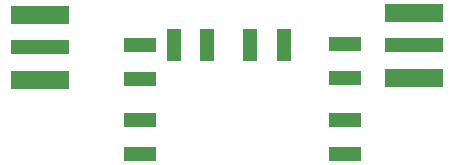
<source format=gbr>
%TF.GenerationSoftware,Altium Limited,Altium Designer,20.0.10 (225)*%
G04 Layer_Color=255*
%FSLAX26Y26*%
%MOIN*%
%TF.FileFunction,Pads,Top*%
%TF.Part,Single*%
G01*
G75*
%TA.AperFunction,SMDPad,CuDef*%
%ADD10R,0.106299X0.049213*%
%ADD11R,0.049213X0.106299*%
%TA.AperFunction,ConnectorPad*%
%ADD12R,0.196850X0.047244*%
%ADD13R,0.196850X0.062992*%
%TA.AperFunction,SMDPad,CuDef*%
%ADD14R,0.196850X0.047244*%
%ADD15R,0.196850X0.062992*%
D10*
X2770000Y1552165D02*
D03*
Y1439961D02*
D03*
Y1298792D02*
D03*
Y1186588D02*
D03*
X2086614Y1298792D02*
D03*
Y1186588D02*
D03*
Y1547320D02*
D03*
Y1435115D02*
D03*
D11*
X2567205Y1550000D02*
D03*
X2455000D02*
D03*
X2311102D02*
D03*
X2198898D02*
D03*
D12*
X3001575Y1547181D02*
D03*
D13*
Y1656236D02*
D03*
Y1438126D02*
D03*
D14*
X1755000Y1540945D02*
D03*
D15*
Y1431890D02*
D03*
Y1650000D02*
D03*
%TF.MD5,f5b9867252b1b94e97fab3c16bcb3346*%
M02*

</source>
